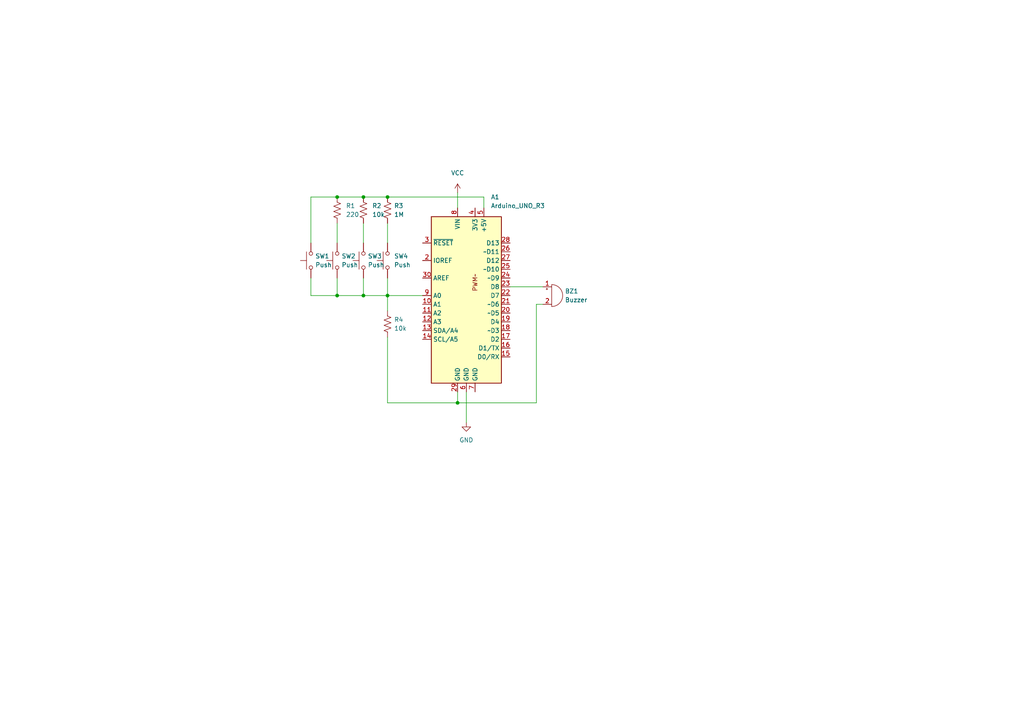
<source format=kicad_sch>
(kicad_sch (version 20211123) (generator eeschema)
  (paper "A4")
  (lib_symbols
    (symbol "Arduino:Arduino_UNO_R3"
      (property "Reference" "A" (at -10.16 23.495 0))
      (property "Value" "Arduino_UNO_R3" (at 5.08 -26.67 0))
      (symbol "Arduino_UNO_R3_0_0"
        (text "PWM~" (at 2.54 3.81 900) (effects (font (size 1.27 1.27))))
      )
      (symbol "Arduino_UNO_R3_0_1"
        (rectangle (start -10.16 22.86) (end 10.16 -25.4) (stroke (width 0.254)) (fill (type background)))
      )
      (symbol "Arduino_UNO_R3_1_1"
        (pin bidirectional line (at -12.7 -2.54 0) (length 2.54) (name "A1") (number "10"))
        (pin bidirectional line (at -12.7 -5.08 0) (length 2.54) (name "A2") (number "11"))
        (pin bidirectional line (at -12.7 -7.62 0) (length 2.54) (name "A3") (number "12"))
        (pin bidirectional line (at -12.7 -10.16 0) (length 2.54) (name "SDA/A4") (number "13"))
        (pin bidirectional line (at -12.7 -12.7 0) (length 2.54) (name "SCL/A5") (number "14"))
        (pin bidirectional line (at 12.7 -17.78 180) (length 2.54) (name "D0/RX") (number "15"))
        (pin bidirectional line (at 12.7 -15.24 180) (length 2.54) (name "D1/TX") (number "16"))
        (pin bidirectional line (at 12.7 -12.7 180) (length 2.54) (name "D2") (number "17"))
        (pin bidirectional line (at 12.7 -10.16 180) (length 2.54) (name "~D3") (number "18"))
        (pin bidirectional line (at 12.7 -7.62 180) (length 2.54) (name "D4") (number "19"))
        (pin output line (at -12.7 10.16 0) (length 2.54) (name "IOREF") (number "2"))
        (pin bidirectional line (at 12.7 -5.08 180) (length 2.54) (name "~D5") (number "20"))
        (pin bidirectional line (at 12.7 -2.54 180) (length 2.54) (name "~D6") (number "21"))
        (pin bidirectional line (at 12.7 0 180) (length 2.54) (name "D7") (number "22"))
        (pin bidirectional line (at 12.7 2.54 180) (length 2.54) (name "D8") (number "23"))
        (pin bidirectional line (at 12.7 5.08 180) (length 2.54) (name "~D9") (number "24"))
        (pin bidirectional line (at 12.7 7.62 180) (length 2.54) (name "~D10") (number "25"))
        (pin bidirectional line (at 12.7 12.7 180) (length 2.54) (name "~D11") (number "26"))
        (pin bidirectional line (at 12.7 10.16 180) (length 2.54) (name "D12") (number "27"))
        (pin bidirectional line (at 12.7 15.24 180) (length 2.54) (name "D13") (number "28"))
        (pin power_in line (at -2.54 -27.94 90) (length 2.54) (name "GND") (number "29"))
        (pin input line (at -12.7 15.24 0) (length 2.54) (name "~{RESET}") (number "3"))
        (pin input line (at -12.7 5.08 0) (length 2.54) (name "AREF") (number "30"))
        (pin power_out line (at 2.54 25.4 270) (length 2.54) (name "3V3") (number "4"))
        (pin power_out line (at 5.08 25.4 270) (length 2.54) (name "+5V") (number "5"))
        (pin power_in line (at 0 -27.94 90) (length 2.54) (name "GND") (number "6"))
        (pin power_in line (at 2.54 -27.94 90) (length 2.54) (name "GND") (number "7"))
        (pin power_in line (at -2.54 25.4 270) (length 2.54) (name "VIN") (number "8"))
        (pin bidirectional line (at -12.7 0 0) (length 2.54) (name "A0") (number "9"))
      )
    )
    (symbol "Device:Buzzer" (pin_names (offset 0.0254) hide)
      (property "Reference" "BZ" (at 3.81 1.27 0))
      (property "Value" "Buzzer" (at 3.81 -1.27 0))
      (symbol "Buzzer_0_1"
        (arc (start 0 -3.175) (mid 3.175 0) (end 0 3.175))
        (polyline (pts (xy -1.651 1.905) (xy -1.143 1.905)))
        (polyline (pts (xy -1.397 2.159) (xy -1.397 1.651)))
        (polyline (pts (xy 0 3.175) (xy 0 -3.175)))
      )
      (symbol "Buzzer_1_1"
        (pin passive line (at -2.54 2.54 0) (length 2.54) (name "-") (number "1"))
        (pin passive line (at -2.54 -2.54 0) (length 2.54) (name "+") (number "2"))
      )
    )
    (symbol "Device:R_US" (pin_numbers hide) (pin_names (offset 0))
      (property "Reference" "R" (at 2.54 0 90))
      (property "Value" "R_US" (at -2.54 0 90))
      (symbol "R_US_0_1"
        (polyline (pts (xy 0 -2.286) (xy 0 -2.54)))
        (polyline (pts (xy 0 2.286) (xy 0 2.54)))
        (polyline (pts (xy 0 -0.762) (xy 1.016 -1.143) (xy 0 -1.524) (xy -1.016 -1.905) (xy 0 -2.286)))
        (polyline (pts (xy 0 0.762) (xy 1.016 0.381) (xy 0 0) (xy -1.016 -0.381) (xy 0 -0.762)))
        (polyline (pts (xy 0 2.286) (xy 1.016 1.905) (xy 0 1.524) (xy -1.016 1.143) (xy 0 0.762)))
      )
      (symbol "R_US_1_1"
        (pin passive line (at 0 3.81 270) (length 1.27) (name "~") (number "1"))
        (pin passive line (at 0 -3.81 90) (length 1.27) (name "~") (number "2"))
      )
    )
    (symbol "Switch:SW_Push" (pin_numbers hide) (pin_names (offset 1.016) hide)
      (property "Reference" "SW" (at 1.27 2.54 0))
      (property "Value" "SW_Push" (at 0 -1.524 0))
      (symbol "SW_Push_0_1"
        (circle (center -2.032 0) (radius 0.508))
        (polyline (pts (xy 0 1.27) (xy 0 3.048)))
        (polyline (pts (xy 2.54 1.27) (xy -2.54 1.27)))
        (circle (center 2.032 0) (radius 0.508))
        (pin passive line (at -5.08 0 0) (length 2.54) (name "1") (number "1"))
        (pin passive line (at 5.08 0 180) (length 2.54) (name "2") (number "2"))
      )
    )
    (symbol "power:GND" (power) (pin_names (offset 0))
      (property "Value" "GND" (at 0 -3.81 0))
      (symbol "GND_0_1"
        (polyline (pts (xy 0 0) (xy 0 -1.27) (xy 1.27 -1.27) (xy 0 -2.54) (xy -1.27 -1.27) (xy 0 -1.27)))
      )
      (symbol "GND_1_1"
        (pin power_in line (at 0 0 270) (length 0) hide (name "GND") (number "1"))
      )
    )
    (symbol "power:VCC" (power) (pin_names (offset 0))
      (property "Value" "VCC" (at 0 3.81 0))
      (symbol "VCC_0_1"
        (polyline (pts (xy -0.762 1.27) (xy 0 2.54)))
        (polyline (pts (xy 0 0) (xy 0 2.54)))
        (polyline (pts (xy 0 2.54) (xy 0.762 1.27)))
      )
      (symbol "VCC_1_1"
        (pin power_in line (at 0 0 90) (length 0) hide (name "VCC") (number "1"))
      )
    )
  )
  (junction (at 112.395 57.15))
  (junction (at 105.41 85.725))
  (junction (at 105.41 57.15))
  (junction (at 132.715 116.84))
  (junction (at 112.395 85.725))
  (junction (at 97.79 57.15))
  (junction (at 97.79 85.725))
  (wire (pts (xy 157.48 88.265) (xy 155.575 88.265)))
  (wire (pts (xy 135.255 113.665) (xy 135.255 122.555)))
  (wire (pts (xy 90.17 85.725) (xy 90.17 80.645)))
  (wire (pts (xy 105.41 57.15) (xy 112.395 57.15)))
  (wire (pts (xy 140.335 60.325) (xy 140.335 57.15)))
  (wire (pts (xy 122.555 85.725) (xy 112.395 85.725)))
  (wire (pts (xy 155.575 88.265) (xy 155.575 116.84)))
  (wire (pts (xy 147.955 83.185) (xy 157.48 83.185)))
  (wire (pts (xy 140.335 57.15) (xy 112.395 57.15)))
  (wire (pts (xy 112.395 116.84) (xy 132.715 116.84)))
  (wire (pts (xy 105.41 80.645) (xy 105.41 85.725)))
  (wire (pts (xy 105.41 64.77) (xy 105.41 70.485)))
  (wire (pts (xy 112.395 85.725) (xy 112.395 90.17)))
  (wire (pts (xy 112.395 85.725) (xy 105.41 85.725)))
  (wire (pts (xy 112.395 97.79) (xy 112.395 116.84)))
  (wire (pts (xy 97.79 57.15) (xy 105.41 57.15)))
  (wire (pts (xy 97.79 85.725) (xy 90.17 85.725)))
  (wire (pts (xy 155.575 116.84) (xy 132.715 116.84)))
  (wire (pts (xy 132.715 55.88) (xy 132.715 60.325)))
  (wire (pts (xy 97.79 80.645) (xy 97.79 85.725)))
  (wire (pts (xy 132.715 116.84) (xy 132.715 113.665)))
  (wire (pts (xy 105.41 85.725) (xy 97.79 85.725)))
  (wire (pts (xy 90.17 70.485) (xy 90.17 57.15)))
  (wire (pts (xy 97.79 64.77) (xy 97.79 70.485)))
  (wire (pts (xy 112.395 80.645) (xy 112.395 85.725)))
  (wire (pts (xy 90.17 57.15) (xy 97.79 57.15)))
  (wire (pts (xy 112.395 64.77) (xy 112.395 70.485)))
  (symbol (lib_id "Switch:SW_Push") (at 90.17 75.565 90) (unit 1)
    (property "Reference" "SW1" (at 91.44 74.2949 90) (effects (justify right)))
    (property "Value" "Push" (at 91.44 76.8349 90) (effects (justify right)))
  )
  (symbol (lib_id "Device:R_US") (at 112.395 60.96 0) (unit 1)
    (property "Reference" "R3" (at 114.3 59.6899 0) (effects (justify left)))
    (property "Value" "1M" (at 114.3 62.2299 0) (effects (justify left)))
  )
  (symbol (lib_id "Device:R_US") (at 112.395 93.98 0) (unit 1)
    (property "Reference" "R4" (at 114.3 92.7099 0) (effects (justify left)))
    (property "Value" "10k" (at 114.3 95.2499 0) (effects (justify left)))
  )
  (symbol (lib_id "Switch:SW_Push") (at 105.41 75.565 90) (unit 1)
    (property "Reference" "SW3" (at 106.68 74.2949 90) (effects (justify right)))
    (property "Value" "Push" (at 106.68 76.8349 90) (effects (justify right)))
  )
  (symbol (lib_id "Arduino:Arduino_UNO_R3") (at 135.255 85.725 0) (unit 1)
    (property "Reference" "A1" (at 142.3544 57.15 0) (effects (justify left)))
    (property "Value" "Arduino_UNO_R3" (at 142.3544 59.69 0) (effects (justify left)))
    (property "Footprint" "Module:Arduino_UNO_R3" (effects hide))
    (property "Datasheet" "https://www.arduino.cc/en/Main/arduinoBoardUno" (effects hide))
  )
  (symbol (lib_id "Switch:SW_Push") (at 112.395 75.565 90) (unit 1)
    (property "Reference" "SW4" (at 114.3 74.2949 90) (effects (justify right)))
    (property "Value" "Push" (at 114.3 76.8349 90) (effects (justify right)))
  )
  (symbol (lib_id "power:GND") (at 135.255 122.555 0) (unit 1)
    (property "Reference" "#PWR?" (effects hide))
    (property "Value" "GND" (at 135.255 127.635 0))
  )
  (symbol (lib_id "Device:R_US") (at 97.79 60.96 0) (unit 1)
    (property "Reference" "R1" (at 100.33 59.6899 0) (effects (justify left)))
    (property "Value" "220" (at 100.33 62.2299 0) (effects (justify left)))
  )
  (symbol (lib_id "Switch:SW_Push") (at 97.79 75.565 90) (unit 1)
    (property "Reference" "SW2" (at 99.06 74.2949 90) (effects (justify right)))
    (property "Value" "Push" (at 99.06 76.8349 90) (effects (justify right)))
  )
  (symbol (lib_id "power:VCC") (at 132.715 55.88 0) (unit 1)
    (property "Reference" "#PWR?" (effects hide))
    (property "Value" "VCC" (at 132.715 50.165 0))
  )
  (symbol (lib_id "Device:R_US") (at 105.41 60.96 0) (unit 1)
    (property "Reference" "R2" (at 107.95 59.6899 0) (effects (justify left)))
    (property "Value" "10k" (at 107.95 62.2299 0) (effects (justify left)))
  )
  (symbol (lib_id "Device:Buzzer") (at 160.02 85.725 0) (unit 1)
    (property "Reference" "BZ1" (at 163.83 84.4549 0) (effects (justify left)))
    (property "Value" "Buzzer" (at 163.83 86.9949 0) (effects (justify left)))
  )
)
</source>
